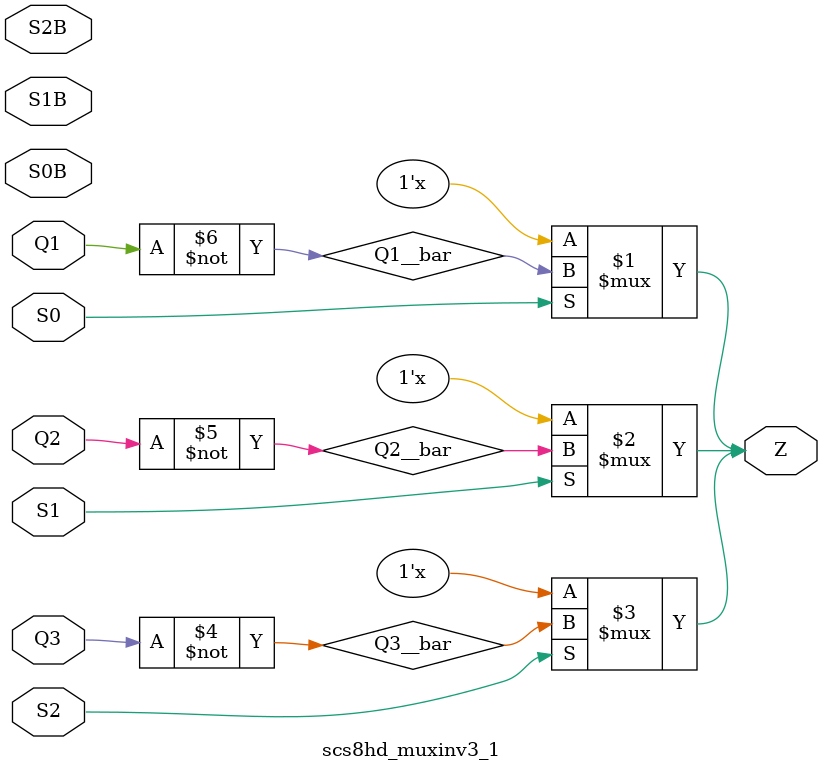
<source format=v>

`timescale 1ns/10ps
`celldefine
module scs8hd_muxinv2_1 (Z, Q1, Q2, S0, S0B, S1, S1B);
	output Z;
	input Q1, Q2, S0, S0B, S1, S1B;

	wire Q1__bar, Q2__bar;

	not (Q2__bar, Q2);
	not (Q1__bar, Q1);

    bufif1 (Z, Q1__bar, S0);
    bufif1 (Z, Q2__bar, S1);

`ifdef ENABLE_SIGNAL_INITIALIZATION
    initial begin
        $deposit(Q1, 1'b0);
        $deposit(Q2, 1'b0);
    end
`endif

	specify
		(Q1 => Z) = 0.01;
		(Q2 => Z) = 0.01;
		(S0 => Z) = 0.01;
		(S0B => Z) = 0.01;
		(S1 => Z) = 0.01;
		(S1B => Z) = 0.01;
	endspecify
endmodule
`endcelldefine

//
`timescale 1ns/10ps
`celldefine
module scs8hd_muxinv3_1 (Z, Q1, Q2, Q3, S0, S0B, S1, S1B, S2, S2B);
	output Z;
	input Q1, Q2, Q3, S0, S0B, S1, S1B, S2, S2B;

	wire Q1__bar, Q2__bar, Q3__bar;

	not (Q3__bar, Q3);
	not (Q2__bar, Q2);
	not (Q1__bar, Q1);

    bufif1 (Z, Q1__bar, S0);
    bufif1 (Z, Q2__bar, S1);
    bufif1 (Z, Q3__bar, S2);

`ifdef ENABLE_SIGNAL_INITIALIZATION
    initial begin
        $deposit(Q1, 1'b0);
        $deposit(Q2, 1'b0);
        $deposit(Q3, 1'b0);
    end
`endif

	//
	specify
		(Q1 => Z) = 0.01;
		(Q3 => Z) = 0.01;
		(S0 => Z) = 0.01;
		(S0B => Z) = 0.01;
		(S2 => Z) = 0.01;
		(S2B => Z) = 0.01;
	endspecify
endmodule
`endcelldefine
</source>
